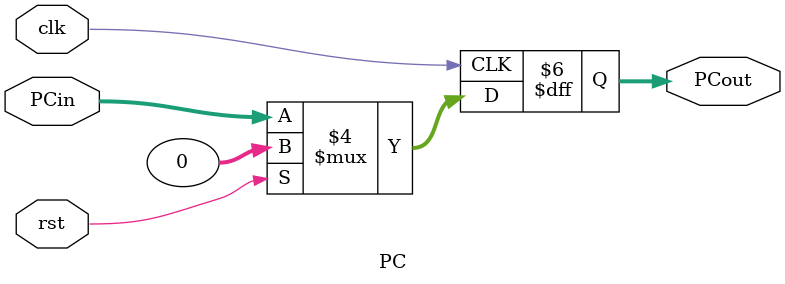
<source format=v>
module PC(rst, clk, PCin, PCout); 
input clk, rst;
input [31:0] PCin;
output reg [31:0] PCout;

initial begin
PCout = 32'b00000000000000000000000000000000;
end

always @(negedge clk) begin 
//always @(*) begin
if (rst)
begin 
PCout <= 32'b00000000000000000000000000000000;
end
else 
begin
PCout <= PCin; 
end
end 
endmodule

</source>
